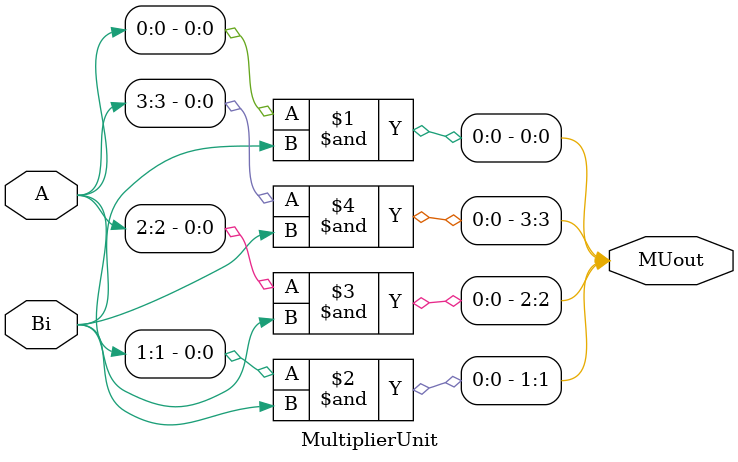
<source format=v>
module MultiplierUnit (A,Bi,MUout);
input [3:0] A;
input Bi;
output [3:0] MUout;

and a0(MUout[0], A[0], Bi);
and a1(MUout[1], A[1], Bi);
and a2(MUout[2], A[2], Bi);
and a3(MUout[3], A[3], Bi);

endmodule

</source>
